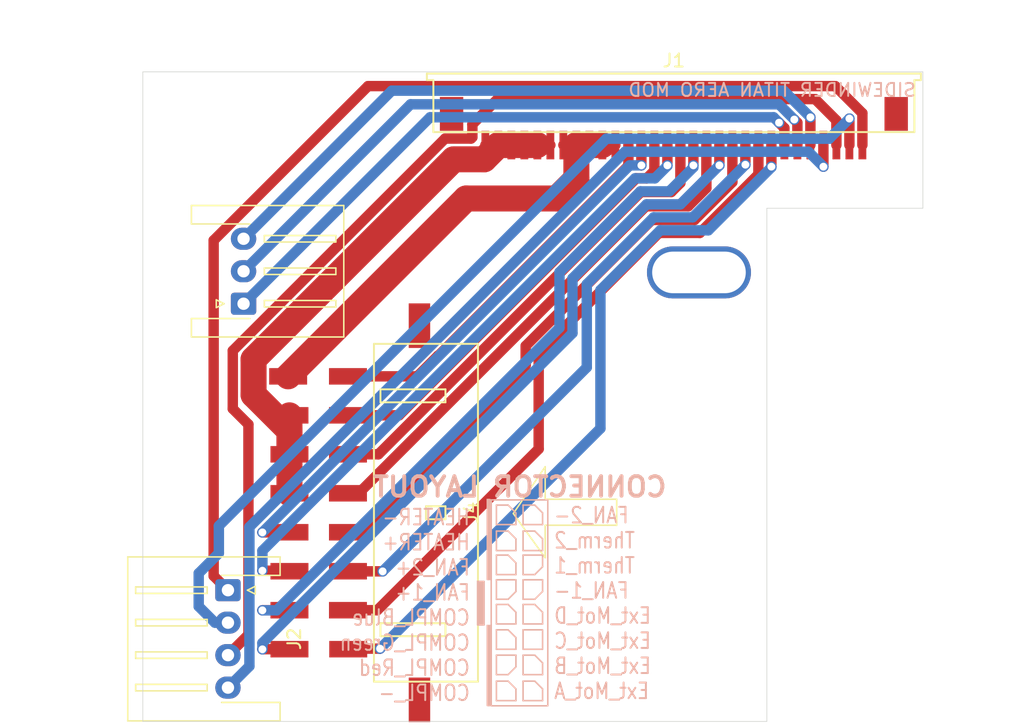
<source format=kicad_pcb>
(kicad_pcb (version 20211014) (generator pcbnew)
  (layers (0 "F.Cu" signal) (31 "B.Cu" signal) (34 "B.Paste" user) (35 "F.Paste" user) (36 "B.SilkS" user "B.Silkscreen") (37 "F.SilkS" user "F.Silkscreen") (38 "B.Mask" user) (39 "F.Mask" user) (44 "Edge.Cuts" user))
  (net 0 "")
  (net 1 "X_AXIS_Motor_A")
  (net 2 "X_AXIS_Motor_B")
  (net 3 "X_AXIS_Motor_C")
  (net 4 "X_AXIS_Motor_D")
  (net 5 "ExtruderMotor_A")
  (net 6 "Inductiver_Sensor_Braun")
  (net 7 "Inductiver_Sensor_schwarz")
  (net 8 "Inductiver_Sensor_blau")
  (net 9 "Thermistor_1")
  (net 10 "Suzatz_R")
  (net 11 "Suzatz_-")
  (net 12 "ExtruderMotor_B")
  (net 13 "ExtruderMotor_C")
  (net 14 "Suzatz_-FAN1")
  (net 15 "ExtruderMotor_D")
  (net 16 "GND")
  (net 17 "+FAN1")
  (net 18 "Suzatz_-FAN2")
  (net 19 "Suzatz_G")
  (net 20 "Thermistor_2")
  (net 21 "Suzatz_B")
  (footprint "Librerias:MicroMATE-N-LOK2x8pins4-794627-6" (layer "F.Cu") (at 37.78 54.44 90)
    (fp_text reference "J4" (at 0 4 90) (layer "F.SilkS"))
    (fp_text value "Micro MATE-N-LOK 2x8 ")
    (fp_line (start 0.5 0.5) (end -0.5 0.5) (layer "F.SilkS") (width 0.15))
    (fp_line (start 8.5 2) (end 9.5 2) (layer "F.SilkS") (width 0.15))
    (fp_line (start -0.5 0.5) (end -0.5 2) (layer "F.SilkS") (width 0.15))
    (fp_line (start 9.5 2) (end 9.5 -3) (layer "F.SilkS") (width 0.15))
    (fp_line (start -13 -3.5) (end 13 -3.5) (layer "F.SilkS") (width 0.15))
    (fp_line (start 13 3) (end 13 4.5) (layer "F.SilkS") (width 0.15))
    (fp_line (start -0.5 2) (end 0.5 2) (layer "F.SilkS") (width 0.15))
    (fp_line (start -8.5 -3) (end -9.5 -3) (layer "F.SilkS") (width 0.15))
    (fp_line (start -13 4.5) (end -13 3) (layer "F.SilkS") (width 0.15))
    (fp_line (start 13 -3.5) (end 13 3) (layer "F.SilkS") (width 0.15))
    (fp_line (start 0.5 2) (end 0.5 0.5) (layer "F.SilkS") (width 0.15))
    (fp_line (start -13 3) (end -13 -3.5) (layer "F.SilkS") (width 0.15))
    (fp_line (start 8.5 -3) (end 8.5 2) (layer "F.SilkS") (width 0.15))
    (fp_line (start 9.5 -3) (end 8.5 -3) (layer "F.SilkS") (width 0.15))
    (fp_line (start -9.5 -3) (end -9.5 2) (layer "F.SilkS") (width 0.15))
    (fp_line (start -9.5 2) (end -8.5 2) (layer "F.SilkS") (width 0.15))
    (fp_line (start 13 4.5) (end -13 4.5) (layer "F.SilkS") (width 0.15))
    (fp_line (start -8.5 2) (end -8.5 -3) (layer "F.SilkS") (width 0.15))
    (pad "0" smd rect locked (at -14.4 0 90) (size 3.43 1.65) (layers "F.Cu" "F.Paste" "F.Mask"))
    (pad "0" smd rect locked (at 14.4 0 90) (size 3.43 1.65) (layers "F.Cu" "F.Paste" "F.Mask"))
    (pad "1" smd rect locked (at -10.5 -5.48 270) (size 1.27 2.92) (layers "F.Cu" "F.Paste" "F.Mask") (net 5 "ExtruderMotor_A"))
    (pad "2" smd rect locked (at -7.5 -5.5 270) (size 1.27 2.92) (layers "F.Cu" "F.Paste" "F.Mask") (net 12 "ExtruderMotor_B"))
    (pad "3" smd rect locked (at -4.5 -5.5 270) (size 1.27 2.92) (layers "F.Cu" "F.Paste" "F.Mask") (net 13 "ExtruderMotor_C"))
    (pad "4" smd rect locked (at -1.5 -5.5 270) (size 1.27 2.92) (layers "F.Cu" "F.Paste" "F.Mask") (net 15 "ExtruderMotor_D"))
    (pad "5" smd rect locked (at 1.5 -5.5 270) (size 1.27 2.92) (layers "F.Cu" "F.Paste" "F.Mask") (net 14 "Suzatz_-FAN1"))
    (pad "6" smd rect locked (at 4.5 -5.5 270) (size 1.27 2.92) (layers "F.Cu" "F.Paste" "F.Mask") (net 9 "Thermistor_1"))
    (pad "7" smd rect locked (at 7.5 -5.5 270) (size 1.27 2.92) (layers "F.Cu" "F.Paste" "F.Mask") (net 20 "Thermistor_2"))
    (pad "8" smd rect locked (at 10.5 -5.5 270) (size 1.27 2.92) (layers "F.Cu" "F.Paste" "F.Mask") (net 18 "Suzatz_-FAN2"))
    (pad "9" smd rect locked (at 10.5 -10.1 270) (size 1.27 2.92) (layers "F.Cu" "F.Paste" "F.Mask") (net 16 "GND"))
    (pad "10" smd rect locked (at 7.5 -10 270) (size 1.27 2.92) (layers "F.Cu" "F.Paste" "F.Mask") (net 17 "+FAN1"))
    (pad "11" smd rect locked (at 4.5 -10 270) (size 1.27 2.92) (layers "F.Cu" "F.Paste" "F.Mask") (net 17 "+FAN1"))
    (pad "12" smd rect locked (at 1.5 -10 270) (size 1.27 2.92) (layers "F.Cu" "F.Paste" "F.Mask") (net 17 "+FAN1"))
    (pad "13" smd rect locked (at -1.5 -10 270) (size 1.27 2.92) (layers "F.Cu" "F.Paste" "F.Mask") (net 21 "Suzatz_B"))
    (pad "14" smd rect locked (at -4.5 -10 270) (size 1.27 2.92) (layers "F.Cu" "F.Paste" "F.Mask") (net 19 "Suzatz_G"))
    (pad "15" smd rect locked (at -7.5 -10 270) (size 1.27 2.92) (layers "F.Cu" "F.Paste" "F.Mask") (net 10 "Suzatz_R"))
    (pad "16" smd rect locked (at -10.5 -10 270) (size 1.27 2.92) (layers "F.Cu" "F.Paste" "F.Mask") (net 11 "Suzatz_-"))
  )
  (footprint "Connector_JST:JST_XH_S4B-XH-A-1_1x04_P2.50mm_Horizontal" (layer "F.Cu") (at 23.05 60.4 -90)
    (fp_text reference "J2" (at 3.75 -5.1 90) (layer "F.SilkS"))
    (fp_text value "X_AXIS_Motor")
    (fp_line (start -0.25 7.1) (end 0.25 7.1) (layer "F.SilkS") (width 0.12))
    (fp_line (start 2.75 7.1) (end 2.75 1.6) (layer "F.SilkS") (width 0.12))
    (fp_line (start -2.56 7.71) (end -2.56 -4.01) (layer "F.SilkS") (width 0.12))
    (fp_line (start 5.25 1.6) (end 4.75 1.6) (layer "F.SilkS") (width 0.12))
    (fp_line (start -2.56 -4.01) (end -1.14 -4.01) (layer "F.SilkS") (width 0.12))
    (fp_line (start 3.75 7.71) (end -2.56 7.71) (layer "F.SilkS") (width 0.12))
    (fp_line (start 7.25 1.6) (end 7.25 7.1) (layer "F.SilkS") (width 0.12))
    (fp_line (start 7.25 7.1) (end 7.75 7.1) (layer "F.SilkS") (width 0.12))
    (fp_line (start 0 -1.5) (end -0.3 -2.1) (layer "F.SilkS") (width 0.12))
    (fp_line (start 10.06 -4.01) (end 8.64 -4.01) (layer "F.SilkS") (width 0.12))
    (fp_line (start 0.25 7.1) (end 0.25 1.6) (layer "F.SilkS") (width 0.12))
    (fp_line (start 2.25 1.6) (end 2.25 7.1) (layer "F.SilkS") (width 0.12))
    (fp_line (start 7.75 7.1) (end 7.75 1.6) (layer "F.SilkS") (width 0.12))
    (fp_line (start 5.25 7.1) (end 5.25 1.6) (layer "F.SilkS") (width 0.12))
    (fp_line (start 7.75 1.6) (end 7.25 1.6) (layer "F.SilkS") (width 0.12))
    (fp_line (start -1.14 -4.01) (end -1.14 0.49) (layer "F.SilkS") (width 0.12))
    (fp_line (start 2.75 1.6) (end 2.25 1.6) (layer "F.SilkS") (width 0.12))
    (fp_line (start 2.25 7.1) (end 2.75 7.1) (layer "F.SilkS") (width 0.12))
    (fp_line (start 4.75 1.6) (end 4.75 7.1) (layer "F.SilkS") (width 0.12))
    (fp_line (start 10.06 7.71) (end 10.06 -4.01) (layer "F.SilkS") (width 0.12))
    (fp_line (start 0.25 1.6) (end -0.25 1.6) (layer "F.SilkS") (width 0.12))
    (fp_line (start 3.75 7.71) (end 10.06 7.71) (layer "F.SilkS") (width 0.12))
    (fp_line (start 0.3 -2.1) (end 0 -1.5) (layer "F.SilkS") (width 0.12))
    (fp_line (start 8.64 -4.01) (end 8.64 0.49) (layer "F.SilkS") (width 0.12))
    (fp_line (start -0.3 -2.1) (end 0.3 -2.1) (layer "F.SilkS") (width 0.12))
    (fp_line (start 4.75 7.1) (end 5.25 7.1) (layer "F.SilkS") (width 0.12))
    (fp_line (start -0.25 1.6) (end -0.25 7.1) (layer "F.SilkS") (width 0.12))
    (pad "1" thru_hole roundrect locked (at 0 0 270) (size 1.7 1.95) (drill 0.95) (layers *.Cu *.Mask) (roundrect_rratio 0.147059) (net 1 "X_AXIS_Motor_A"))
    (pad "2" thru_hole oval locked (at 2.5 0 270) (size 1.7 1.95) (drill 0.95) (layers *.Cu *.Mask) (net 2 "X_AXIS_Motor_B"))
    (pad "3" thru_hole oval locked (at 5 0 270) (size 1.7 1.95) (drill 0.95) (layers *.Cu *.Mask) (net 3 "X_AXIS_Motor_C"))
    (pad "4" thru_hole oval locked (at 7.5 0 270) (size 1.7 1.95) (drill 0.95) (layers *.Cu *.Mask) (net 4 "X_AXIS_Motor_D"))
  )
  (footprint "Connector_JST:JST_XH_S3B-XH-A-1_1x03_P2.50mm_Horizontal" (layer "F.Cu") (at 24.25 38.35 90)
    (fp_text reference "J3" (at 2.5 -5.1 90) (layer "F.SilkS"))
    (fp_text value "Inductiver_Sensor")
    (fp_line (start -2.56 7.71) (end -2.56 -4.01) (layer "F.SilkS") (width 0.12))
    (fp_line (start 2.5 7.71) (end -2.56 7.71) (layer "F.SilkS") (width 0.12))
    (fp_line (start -0.3 -2.1) (end 0.3 -2.1) (layer "F.SilkS") (width 0.12))
    (fp_line (start -2.56 -4.01) (end -1.14 -4.01) (layer "F.SilkS") (width 0.12))
    (fp_line (start 5.25 1.6) (end 4.75 1.6) (layer "F.SilkS") (width 0.12))
    (fp_line (start 0.3 -2.1) (end 0 -1.5) (layer "F.SilkS") (width 0.12))
    (fp_line (start 2.75 1.6) (end 2.25 1.6) (layer "F.SilkS") (width 0.12))
    (fp_line (start 6.14 -4.01) (end 6.14 0.49) (layer "F.SilkS") (width 0.12))
    (fp_line (start 2.25 1.6) (end 2.25 7.1) (layer "F.SilkS") (width 0.12))
    (fp_line (start -1.14 -4.01) (end -1.14 0.49) (layer "F.SilkS") (width 0.12))
    (fp_line (start 4.75 1.6) (end 4.75 7.1) (layer "F.SilkS") (width 0.12))
    (fp_line (start 4.75 7.1) (end 5.25 7.1) (layer "F.SilkS") (width 0.12))
    (fp_line (start 2.75 7.1) (end 2.75 1.6) (layer "F.SilkS") (width 0.12))
    (fp_line (start -0.25 1.6) (end -0.25 7.1) (layer "F.SilkS") (width 0.12))
    (fp_line (start 5.25 7.1) (end 5.25 1.6) (layer "F.SilkS") (width 0.12))
    (fp_line (start 0.25 7.1) (end 0.25 1.6) (layer "F.SilkS") (width 0.12))
    (fp_line (start 7.56 7.71) (end 7.56 -4.01) (layer "F.SilkS") (width 0.12))
    (fp_line (start 0 -1.5) (end -0.3 -2.1) (layer "F.SilkS") (width 0.12))
    (fp_line (start 2.5 7.71) (end 7.56 7.71) (layer "F.SilkS") (width 0.12))
    (fp_line (start 2.25 7.1) (end 2.75 7.1) (layer "F.SilkS") (width 0.12))
    (fp_line (start 7.56 -4.01) (end 6.14 -4.01) (layer "F.SilkS") (width 0.12))
    (fp_line (start 0.25 1.6) (end -0.25 1.6) (layer "F.SilkS") (width 0.12))
    (fp_line (start -0.25 7.1) (end 0.25 7.1) (layer "F.SilkS") (width 0.12))
    (pad "1" thru_hole roundrect locked (at 0 0 90) (size 1.7 1.95) (drill 0.95) (layers *.Cu *.Mask) (roundrect_rratio 0.147059) (net 8 "Inductiver_Sensor_blau"))
    (pad "2" thru_hole oval locked (at 2.5 0 90) (size 1.7 1.95) (drill 0.95) (layers *.Cu *.Mask) (net 7 "Inductiver_Sensor_schwarz"))
    (pad "3" thru_hole oval locked (at 5 0 90) (size 1.7 1.95) (drill 0.95) (layers *.Cu *.Mask) (net 6 "Inductiver_Sensor_Braun"))
  )
  (footprint "Librerias:WürthFPC30pins1mm68613014122" (layer "F.Cu") (at 57.35 25.1375 180)
    (fp_text reference "J1" (at 0 5.5) (layer "F.SilkS"))
    (fp_text value "Sidewinder_30PIN conn")
    (fp_line (start -19 4) (end -18.5 4) (layer "F.SilkS") (width 0.15))
    (fp_line (start -19 4.5) (end -19 4) (layer "F.SilkS") (width 0.15))
    (fp_line (start 18.5 0) (end 18.5 4) (layer "F.SilkS") (width 0.15))
    (fp_line (start -18.5 0) (end 18.5 0) (layer "F.SilkS") (width 0.15))
    (fp_line (start 19 4.5) (end -19 4.5) (layer "F.SilkS") (width 0.15))
    (fp_line (start -18.5 4) (end -18.5 0) (layer "F.SilkS") (width 0.15))
    (fp_line (start 18.5 4) (end 19 4) (layer "F.SilkS") (width 0.15))
    (fp_line (start 19 4) (end 19 4.5) (layer "F.SilkS") (width 0.15))
    (pad "0" smd rect locked (at -17.1 1.4 180) (size 1.8 2.6) (layers "F.Cu" "F.Paste" "F.Mask"))
    (pad "0" smd rect locked (at 17.1 1.4 180) (size 1.8 2.6) (layers "F.Cu" "F.Paste" "F.Mask"))
    (pad "1" smd rect locked (at -14.5 -1 180) (size 0.6 2.2) (layers "F.Cu" "F.Paste" "F.Mask") (net 1 "X_AXIS_Motor_A"))
    (pad "2" smd rect locked (at -13.5 -1 180) (size 0.6 2.2) (layers "F.Cu" "F.Paste" "F.Mask") (net 2 "X_AXIS_Motor_B"))
    (pad "3" smd rect locked (at -12.5 -1 180) (size 0.6 2.2) (layers "F.Cu" "F.Paste" "F.Mask") (net 3 "X_AXIS_Motor_C"))
    (pad "4" smd rect locked (at -11.5 -1 180) (size 0.6 2.2) (layers "F.Cu" "F.Paste" "F.Mask") (net 4 "X_AXIS_Motor_D"))
    (pad "5" smd rect locked (at -10.5 -1 180) (size 0.6 2.2) (layers "F.Cu" "F.Paste" "F.Mask") (net 6 "Inductiver_Sensor_Braun"))
    (pad "6" smd rect locked (at -9.5 -1 180) (size 0.6 2.2) (layers "F.Cu" "F.Paste" "F.Mask") (net 7 "Inductiver_Sensor_schwarz"))
    (pad "7" smd rect locked (at -8.5 -1 180) (size 0.6 2.2) (layers "F.Cu" "F.Paste" "F.Mask") (net 8 "Inductiver_Sensor_blau"))
    (pad "8" smd rect locked (at -7.5 -1 180) (size 0.6 2.2) (layers "F.Cu" "F.Paste" "F.Mask") (net 5 "ExtruderMotor_A"))
    (pad "9" smd rect locked (at -6.5 -1 180) (size 0.6 2.2) (layers "F.Cu" "F.Paste" "F.Mask") (net 12 "ExtruderMotor_B"))
    (pad "10" smd rect locked (at -5.5 -1 180) (size 0.6 2.2) (layers "F.Cu" "F.Paste" "F.Mask") (net 13 "ExtruderMotor_C"))
    (pad "11" smd rect locked (at -4.5 -1 180) (size 0.6 2.2) (layers "F.Cu" "F.Paste" "F.Mask") (net 15 "ExtruderMotor_D"))
    (pad "12" smd rect locked (at -3.5 -1 180) (size 0.6 2.2) (layers "F.Cu" "F.Paste" "F.Mask") (net 11 "Suzatz_-"))
    (pad "13" smd rect locked (at -2.5 -1 180) (size 0.6 2.2) (layers "F.Cu" "F.Paste" "F.Mask") (net 14 "Suzatz_-FAN1"))
    (pad "14" smd rect locked (at -1.5 -1 180) (size 0.6 2.2) (layers "F.Cu" "F.Paste" "F.Mask") (net 10 "Suzatz_R"))
    (pad "15" smd rect locked (at -0.5 -1 180) (size 0.6 2.2) (layers "F.Cu" "F.Paste" "F.Mask") (net 9 "Thermistor_1"))
    (pad "16" smd rect locked (at 0.5 -1 180) (size 0.6 2.2) (layers "F.Cu" "F.Paste" "F.Mask") (net 19 "Suzatz_G"))
    (pad "17" smd rect locked (at 1.5 -1 180) (size 0.6 2.2) (layers "F.Cu" "F.Paste" "F.Mask") (net 20 "Thermistor_2"))
    (pad "18" smd rect locked (at 2.5 -1 180) (size 0.6 2.2) (layers "F.Cu" "F.Paste" "F.Mask") (net 21 "Suzatz_B"))
    (pad "19" smd rect locked (at 3.5 -1 180) (size 0.6 2.2) (layers "F.Cu" "F.Paste" "F.Mask") (net 18 "Suzatz_-FAN2"))
    (pad "20" smd rect locked (at 4.5 -1 180) (size 0.6 2.2) (layers "F.Cu" "F.Paste" "F.Mask") (net 16 "GND"))
    (pad "21" smd rect locked (at 5.5 -1 180) (size 0.6 2.2) (layers "F.Cu" "F.Paste" "F.Mask") (net 16 "GND"))
    (pad "22" smd rect locked (at 6.5 -1 180) (size 0.6 2.2) (layers "F.Cu" "F.Paste" "F.Mask") (net 16 "GND"))
    (pad "23" smd rect locked (at 7.5 -1 180) (size 0.6 2.2) (layers "F.Cu" "F.Paste" "F.Mask") (net 16 "GND"))
    (pad "24" smd rect locked (at 8.5 -1 180) (size 0.6 2.2) (layers "F.Cu" "F.Paste" "F.Mask") (net 16 "GND"))
    (pad "25" smd rect locked (at 9.5 -1 180) (size 0.6 2.2) (layers "F.Cu" "F.Paste" "F.Mask") (net 17 "+FAN1"))
    (pad "26" smd rect locked (at 10.5 -1 180) (size 0.6 2.2) (layers "F.Cu" "F.Paste" "F.Mask") (net 17 "+FAN1"))
    (pad "27" smd rect locked (at 11.5 -1 180) (size 0.6 2.2) (layers "F.Cu" "F.Paste" "F.Mask") (net 17 "+FAN1"))
    (pad "28" smd rect locked (at 12.5 -1 180) (size 0.6 2.2) (layers "F.Cu" "F.Paste" "F.Mask") (net 17 "+FAN1"))
    (pad "29" smd rect locked (at 13.5 -1 180) (size 0.6 2.2) (layers "F.Cu" "F.Paste" "F.Mask") (net 17 "+FAN1"))
    (pad "30" smd rect locked (at 14.5 -1 180) (size 0.6 2.2) (layers "F.Cu" "F.Paste" "F.Mask") (net 17 "+FAN1"))
  )
  (footprint "" (layer "F.Cu") (at 8.05 35.4)
    (fp_text reference "" (at 0 0) (layer "F.SilkS") (effects (font (size 1.27 1.27))))
    (fp_text value "" (at 0 0) (layer "F.SilkS") (effects (font (size 1.27 1.27))))
    (pad "" np_thru_hole circle (at 11.23 0.54) (size 3.2 3.2) (drill 3.2) (layers F&B.Cu *.Mask))
  )
  (footprint "" (layer "F.Cu") (at 14.35 56)
    (fp_text reference "" (at 0 0) (layer "F.SilkS") (effects (font (size 1.27 1.27))))
    (fp_text value "" (at 0 0) (layer "F.SilkS") (effects (font (size 1.27 1.27))))
    (pad "" np_thru_hole circle locked (at 4.93 -0.06) (size 3.2 3.2) (drill 3.2) (layers F&B.Cu *.Mask))
  )
  (footprint "" (layer "F.Cu") (at 71.5 37.6)
    (fp_text reference "" (at 0 0) (layer "F.SilkS") (effects (font (size 1.27 1.27))))
    (fp_text value "" (at 0 0) (layer "F.SilkS") (effects (font (size 1.27 1.27))))
    (pad "" np_thru_hole oval (at -12.22 -1.66) (size 8 4) (drill oval 7.2 3.2) (layers F&B.Cu *.Mask))
  )
  (footprint "" (layer "F.Cu") (at 63.25 54.95)
    (fp_text reference "" (at 0 0) (layer "F.SilkS") (effects (font (size 1.27 1.27))))
    (fp_text value "" (at 0 0) (layer "F.SilkS") (effects (font (size 1.27 1.27))))
    (pad "" np_thru_hole circle (at -3.97 0.99) (size 3.2 3.2) (drill 3.2) (layers F&B.Cu *.Mask))
  )
  (gr_line (start 43.7 59.2) (end 45.2 59.2) (layer "B.SilkS") (width 0.12))
  (gr_line (start 45.2 65.4) (end 43.7 65.4) (layer "B.SilkS") (width 0.12))
  (gr_line (start 43.7 55.85) (end 43.7 57.35) (layer "B.SilkS") (width 0.12))
  (gr_rect (start 45.75 64.95) (end 47.25 63.45) (layer "B.SilkS") (width 0.12) (fill none))
  (gr_line (start 45.2 59.6) (end 43.7 59.6) (layer "B.SilkS") (width 0.12))
  (gr_line (start 44.6 55.85) (end 45.2 56.45) (layer "B.SilkS") (width 0.12))
  (gr_line (start 43.7 65.4) (end 43.7 66.9) (layer "B.SilkS") (width 0.12))
  (gr_line (start 45.2 64.95) (end 45.2 64.05) (layer "B.SilkS") (width 0.12))
  (gr_rect (start 43.1 53.425) (end 43.1 59.575) (layer "B.SilkS") (width 0.12) (fill none))
  (gr_line (start 44.6 61.1) (end 43.7 61.1) (layer "B.SilkS") (width 0.12))
  (gr_line (start 44.6 66.9) (end 43.7 66.9) (layer "B.SilkS") (width 0.12))
  (gr_line (start 45.2 63) (end 45.2 62.1) (layer "B.SilkS") (width 0.12))
  (gr_line (start 43.7 63) (end 45.2 63) (layer "B.SilkS") (width 0.12))
  (gr_line (start 43.7 57.7) (end 44.6 57.7) (layer "B.SilkS") (width 0.12))
  (gr_line (start 45.2 55.35) (end 45.2 54.45) (layer "B.SilkS") (width 0.12))
  (gr_line (start 44.6 61.5) (end 45.2 62.1) (layer "B.SilkS") (width 0.12))
  (gr_line (start 45.75 67.4) (end 46.65 67.4) (layer "B.SilkS") (width 0.12))
  (gr_line (start 45.75 61.5) (end 45.75 63) (layer "B.SilkS") (width 0.12))
  (gr_line (start 43.7 53.85) (end 44.6 53.85) (layer "B.SilkS") (width 0.12))
  (gr_line (start 43.7 55.35) (end 45.2 55.35) (layer "B.SilkS") (width 0.12))
  (gr_line (start 43.7 55.85) (end 44.6 55.85) (layer "B.SilkS") (width 0.12))
  (gr_rect (start 43 59.575) (end 43.2 53.425) (layer "B.SilkS") (width 0.12) (fill none))
  (gr_line (start 45.75 55.85) (end 45.75 57.35) (layer "B.SilkS") (width 0.12))
  (gr_line (start 45.75 59.6) (end 45.75 61.1) (layer "B.SilkS") (width 0.12))
  (gr_line (start 46.65 55.85) (end 47.25 56.45) (layer "B.SilkS") (width 0.12))
  (gr_rect (start 43 63.125) (end 43.2 69.275) (layer "B.SilkS") (width 0.12) (fill none))
  (gr_line (start 46.65 65.4) (end 47.25 66) (layer "B.SilkS") (width 0.12))
  (gr_rect (start 42.45 59.925) (end 42.55 62.925) (layer "B.SilkS") (width 0.12) (fill none))
  (gr_line (start 47.25 59.6) (end 45.75 59.6) (layer "B.SilkS") (width 0.12))
  (gr_line (start 45.75 53.85) (end 45.75 55.35) (layer "B.SilkS") (width 0.12))
  (gr_rect (start 43.15 63.175) (end 43.1 69.275) (layer "B.SilkS") (width 0.12) (fill none))
  (gr_line (start 45.75 65.4) (end 46.65 65.4) (layer "B.SilkS") (width 0.12))
  (gr_line (start 43.7 59.6) (end 43.7 61.1) (layer "B.SilkS") (width 0.12))
  (gr_line (start 44.6 57.7) (end 45.2 58.3) (layer "B.SilkS") (width 0.12))
  (gr_line (start 45.2 66.3) (end 44.6 66.9) (layer "B.SilkS") (width 0.12))
  (gr_line (start 47.25 66.9) (end 47.25 66) (layer "B.SilkS") (width 0.12))
  (gr_line (start 43.7 61.5) (end 44.6 61.5) (layer "B.SilkS") (width 0.12))
  (gr_line (start 43.7 67.4) (end 43.7 68.9) (layer "B.SilkS") (width 0.12))
  (gr_line (start 45.75 63) (end 47.25 63) (layer "B.SilkS") (width 0.12))
  (gr_line (start 45.75 57.7) (end 45.75 59.2) (layer "B.SilkS") (width 0.12))
  (gr_line (start 45.75 66.9) (end 47.25 66.9) (layer "B.SilkS") (width 0.12))
  (gr_line (start 45.2 68.9) (end 45.2 68) (layer "B.SilkS") (width 0.12))
  (gr_line (start 43.7 57.7) (end 43.7 59.2) (layer "B.SilkS") (width 0.12))
  (gr_line (start 45.75 67.4) (end 45.75 68.9) (layer "B.SilkS") (width 0.12))
  (gr_line (start 45.75 57.35) (end 47.25 57.35) (layer "B.SilkS") (width 0.12))
  (gr_line (start 43.7 64.95) (end 45.2 64.95) (layer "B.SilkS") (width 0.12))
  (gr_line (start 47.25 58.6) (end 47.25 57.7) (layer "B.SilkS") (width 0.12))
  (gr_line (start 45.2 59.2) (end 45.2 58.3) (layer "B.SilkS") (width 0.12))
  (gr_line (start 45.75 68.9) (end 47.25 68.9) (layer "B.SilkS") (width 0.12))
  (gr_rect (start 42.25 59.725) (end 42.75 63.075) (layer "B.SilkS") (width 0.12) (fill none))
  (gr_line (start 47.25 63) (end 47.25 62.1) (layer "B.SilkS") (width 0.12))
  (gr_line (start 43.7 67.4) (end 44.6 67.4) (layer "B.SilkS") (width 0.12))
  (gr_line (start 45.2 60.5) (end 44.6 61.1) (layer "B.SilkS") (width 0.12))
  (gr_line (start 47.25 57.35) (end 47.25 56.45) (layer "B.SilkS") (width 0.12))
  (gr_line (start 47.25 60.5) (end 47.25 59.6) (layer "B.SilkS") (width 0.12))
  (gr_line (start 43.7 63.45) (end 44.6 63.45) (layer "B.SilkS") (width 0.12))
  (gr_line (start 47.25 55.35) (end 47.25 54.45) (layer "B.SilkS") (width 0.12))
  (gr_line (start 45.75 65.4) (end 45.75 66.9) (layer "B.SilkS") (width 0.12))
  (gr_line (start 45.2 60.5) (end 45.2 59.6) (layer "B.SilkS") (width 0.12))
  (gr_line (start 46.65 59.2) (end 45.75 59.2) (layer "B.SilkS") (width 0.12))
  (gr_line (start 44.6 53.85) (end 45.2 54.45) (layer "B.SilkS") (width 0.12))
  (gr_line (start 43.7 57.35) (end 45.2 57.35) (layer "B.SilkS") (width 0.12))
  (gr_rect (start 42.35 63.025) (end 42.65 59.825) (layer "B.SilkS") (width 0.12) (fill none))
  (gr_line (start 45.75 55.35) (end 47.25 55.35) (layer "B.SilkS") (width 0.12))
  (gr_line (start 43.7 63.45) (end 43.7 64.95) (layer "B.SilkS") (width 0.12))
  (gr_line (start 47.25 57.7) (end 45.75 57.7) (layer "B.SilkS") (width 0.12))
  (gr_line (start 46.65 61.5) (end 47.25 62.1) (layer "B.SilkS") (width 0.12))
  (gr_line (start 44.6 67.4) (end 45.2 68) (layer "B.SilkS") (width 0.12))
  (gr_line (start 46.65 53.85) (end 47.25 54.45) (layer "B.SilkS") (width 0.12))
  (gr_line (start 47.25 68.9) (end 47.25 68) (layer "B.SilkS") (width 0.12))
  (gr_line (start 44.6 63.45) (end 45.2 64.05) (layer "B.SilkS") (width 0.12))
  (gr_line (start 45.75 55.85) (end 46.65 55.85) (layer "B.SilkS") (width 0.12))
  (gr_line (start 43.7 61.5) (end 43.7 63) (layer "B.SilkS") (width 0.12))
  (gr_line (start 43.7 68.9) (end 45.2 68.9) (layer "B.SilkS") (width 0.12))
  (gr_rect (start 43.3 53.45) (end 47.65 69.3) (layer "B.SilkS") (width 0.12) (fill none))
  (gr_line (start 45.75 61.5) (end 46.65 61.5) (layer "B.SilkS") (width 0.12))
  (gr_line (start 47.25 58.6) (end 46.65 59.2) (layer "B.SilkS") (width 0.12))
  (gr_line (start 45.2 66.3) (end 45.2 65.4) (layer "B.SilkS") (width 0.12))
  (gr_line (start 45.75 53.85) (end 46.65 53.85) (layer "B.SilkS") (width 0.12))
  (gr_line (start 47.25 60.5) (end 46.65 61.1) (layer "B.SilkS") (width 0.12))
  (gr_line (start 45.2 57.35) (end 45.2 56.45) (layer "B.SilkS") (width 0.12))
  (gr_line (start 43.7 53.85) (end 43.7 55.35) (layer "B.SilkS") (width 0.12))
  (gr_line (start 46.65 61.1) (end 45.75 61.1) (layer "B.SilkS") (width 0.12))
  (gr_line (start 46.65 67.4) (end 47.25 68) (layer "B.SilkS") (width 0.12))
  (gr_line (start 52.95 53.4) (end 52.95 55.4) (layer "F.SilkS") (width 0.12))
  (gr_line (start 52.95 55.4) (end 47.45 55.4) (layer "F.SilkS") (width 0.12))
  (gr_line (start 45 54.5) (end 47.45 50.9) (layer "F.SilkS") (width 0.12))
  (gr_line (start 47.45 57.9) (end 45 54.5) (layer "F.SilkS") (width 0.12))
  (gr_line (start 47.45 53.4) (end 52.95 53.4) (layer "F.SilkS") (width 0.12))
  (gr_line (start 47.45 50.9) (end 47.45 53.4) (layer "F.SilkS") (width 0.12))
  (gr_line (start 47.45 55.4) (end 47.45 57.9) (layer "F.SilkS") (width 0.12))
  (gr_line (start 76.5 31) (end 76.5 20.5) (layer "Edge.Cuts") (width 0.05))
  (gr_line (start 64.5 31) (end 76.5 31) (layer "Edge.Cuts") (width 0.05))
  (gr_line (start 64.5 70.5) (end 64.5 31) (layer "Edge.Cuts") (width 0.05))
  (gr_line (start 16.5 70.5) (end 64.5 70.5) (layer "Edge.Cuts") (width 0.05))
  (gr_line (start 16.5 20.5) (end 16.5 70.5) (layer "Edge.Cuts") (width 0.05))
  (gr_line (start 76.5 20.5) (end 16.5 20.5) (layer "Edge.Cuts") (width 0.05))
  (gr_text "HEATER-\nHEATER+\nFAN_2+\nFAN_1+\nCOMPL_Blue\nCOMPL_Green\nCOMPL_Red\nCOMPL_-" (at 41.75 61.55) (layer "B.SilkS") (effects (font (size 1.2 1)) (justify left mirror)))
  (gr_text "FAN_2-\nTherm_2\nTherm_1\nFAN_1-\nExt_Mot_D\nExt_Mot_C\nExt_Mot_B\nExt_Mot_A" (at 48.05 61.4) (layer "B.SilkS") (effects (font (size 1.2 1)) (justify right mirror)))
  (gr_text "CONNECTOR LAYOUT" (at 45.5 52.45) (layer "B.SilkS") (effects (font (size 1.5 1.5) (thickness 0.3)) (justify mirror)))
  (gr_text "SIDEWINDER TITAN AERO MOD" (at 64.9 21.9) (layer "B.SilkS") (effects (font (size 1 1)) (justify mirror)))
  (segment (start 69.764011 21.600489) (end 33.824581 21.600489) (width 0.8) (layer "F.Cu") (net 1))
  (segment (start 33.824581 21.600489) (end 21.95 33.47507) (width 0.8) (layer "F.Cu") (net 1))
  (segment locked (start 21.95 33.47507) (end 21.95 59.3) (width 0.8) (layer "F.Cu") (net 1))
  (segment (start 71.85 23.686478) (end 69.764011 21.600489) (width 0.8) (layer "F.Cu") (net 1))
  (segment (start 21.95 59.3) (end 23.05 60.4) (width 0.8) (layer "F.Cu") (net 1))
  (segment (start 71.85 26.1375) (end 71.85 23.686478) (width 0.8) (layer "F.Cu") (net 1))
  (segment (start 70.85 26.1375) (end 70.85 24.1) (width 0.8) (layer "F.Cu") (net 2))
  (via (at 70.85 24.1) (size 0.8) (drill 0.6) (layers "F.Cu" "B.Cu") (net 2))
  (segment (start 69.3 25.65) (end 52.15 25.65) (width 0.8) (layer "B.Cu") (net 2))
  (segment (start 22.35 57.55) (end 20.8 59.1) (width 0.8) (layer "B.Cu") (net 2))
  (segment (start 22.35 55.45) (end 22.35 57.55) (width 0.8) (layer "B.Cu") (net 2))
  (segment (start 52.15 25.65) (end 22.35 55.45) (width 0.8) (layer "B.Cu") (net 2))
  (segment (start 70.85 24.1) (end 69.3 25.65) (width 0.8) (layer "B.Cu") (net 2))
  (segment (start 20.8 59.1) (end 20.8 61.65) (width 0.8) (layer "B.Cu") (net 2))
  (segment (start 20.8 61.65) (end 22.05 62.9) (width 0.8) (layer "B.Cu") (net 2))
  (segment (start 22.05 62.9) (end 23.05 62.9) (width 0.8) (layer "B.Cu") (net 2))
  (segment (start 23.420978 41.966972) (end 23.420978 46.43705) (width 0.8) (layer "F.Cu") (net 3))
  (segment (start 41.850489 24.537989) (end 41.850489 25.536033) (width 0.8) (layer "F.Cu") (net 3))
  (segment (start 69.85 24.2375) (end 68.2125 22.6) (width 0.8) (layer "F.Cu") (net 3))
  (segment (start 41.749511 25.637011) (end 39.750939 25.637011) (width 0.8) (layer "F.Cu") (net 3))
  (segment (start 68.2125 22.6) (end 43.788478 22.6) (width 0.8) (layer "F.Cu") (net 3))
  (segment (start 24.62452 47.640592) (end 24.62452 63.82548) (width 0.8) (layer "F.Cu") (net 3))
  (segment (start 24.62452 63.82548) (end 23.05 65.4) (width 0.8) (layer "F.Cu") (net 3))
  (segment (start 41.850489 25.536033) (end 41.749511 25.637011) (width 0.8) (layer "F.Cu") (net 3))
  (segment (start 43.788478 22.6) (end 41.850489 24.537989) (width 0.8) (layer "F.Cu") (net 3))
  (segment (start 23.420978 46.43705) (end 24.62452 47.640592) (width 0.8) (layer "F.Cu") (net 3))
  (segment (start 39.750939 25.637011) (end 23.420978 41.966972) (width 0.8) (layer "F.Cu") (net 3))
  (segment (start 69.85 26.1375) (end 69.85 24.2375) (width 0.8) (layer "F.Cu") (net 3))
  (segment (start 68.85 26.1375) (end 68.85 27.8) (width 0.8) (layer "F.Cu") (net 4))
  (via (at 68.85 27.8) (size 0.8) (drill 0.6) (layers "F.Cu" "B.Cu") (net 4))
  (segment locked (start 53.586466 26.65) (end 67.7 26.65) (width 0.8) (layer "B.Cu") (net 4))
  (segment (start 24.7 55.536466) (end 24.7 66.25) (width 0.8) (layer "B.Cu") (net 4))
  (segment (start 67.7 26.65) (end 68.85 27.8) (width 0.8) (layer "B.Cu") (net 4))
  (segment (start 53.586466 26.65) (end 24.7 55.536466) (width 0.8) (layer "B.Cu") (net 4))
  (segment (start 24.7 66.25) (end 23.05 67.9) (width 0.8) (layer "B.Cu") (net 4))
  (segment (start 64.85 26.1375) (end 64.85 27.8) (width 0.8) (layer "F.Cu") (net 5))
  (segment (start 32.34 64.9) (end 32.3 64.94) (width 0.8) (layer "F.Cu") (net 5))
  (segment (start 34.75 64.9) (end 32.34 64.9) (width 0.8) (layer "F.Cu") (net 5))
  (via locked (at 64.85 27.8) (size 0.8) (drill 0.6) (layers "F.Cu" "B.Cu") (net 5))
  (via (at 34.75 64.9) (size 0.8) (drill 0.6) (layers "F.Cu" "B.Cu") (net 5))
  (segment (start 51.7 37.3) (end 51.7 47.95) (width 0.8) (layer "B.Cu") (net 5))
  (segment (start 64.85 27.8) (end 64.85 27.85) (width 0.8) (layer "B.Cu") (net 5))
  (segment (start 64.85 27.85) (end 60 32.7) (width 0.8) (layer "B.Cu") (net 5))
  (segment (start 56.3 32.7) (end 51.7 37.3) (width 0.8) (layer "B.Cu") (net 5))
  (segment (start 51.7 47.95) (end 34.75 64.9) (width 0.8) (layer "B.Cu") (net 5))
  (segment (start 60 32.7) (end 56.3 32.7) (width 0.8) (layer "B.Cu") (net 5))
  (segment (start 67.85 26.1375) (end 67.85 24) (width 0.8) (layer "F.Cu") (net 6))
  (via (at 67.85 24) (size 0.8) (drill 0.6) (layers "F.Cu" "B.Cu") (net 6))
  (segment (start 65.8 21.95) (end 35.65 21.95) (width 0.8) (layer "B.Cu") (net 6))
  (segment (start 35.65 21.95) (end 24.25 33.35) (width 0.8) (layer "B.Cu") (net 6))
  (segment (start 67.85 24) (end 65.8 21.95) (width 0.8) (layer "B.Cu") (net 6))
  (segment (start 66.85 24.413508) (end 66.610035 24.173543) (width 0.8) (layer "F.Cu") (net 7))
  (segment (start 66.85 26.1375) (end 66.85 24.413508) (width 0.8) (layer "F.Cu") (net 7))
  (via (at 66.610035 24.173543) (size 0.8) (drill 0.6) (layers "F.Cu" "B.Cu") (net 7))
  (segment (start 37.1 23) (end 65.436492 23) (width 0.8) (layer "B.Cu") (net 7))
  (segment (start 24.25 35.85) (end 37.1 23) (width 0.8) (layer "B.Cu") (net 7))
  (segment (start 65.436492 23) (end 66.610035 24.173543) (width 0.8) (layer "B.Cu") (net 7))
  (segment (start 65.85 26.1375) (end 65.85 24.827016) (width 0.8) (layer "F.Cu") (net 8))
  (segment (start 65.85 24.827016) (end 65.436492 24.413508) (width 0.8) (layer "F.Cu") (net 8))
  (via (at 65.436492 24.413508) (size 0.8) (drill 0.6) (layers "F.Cu" "B.Cu") (net 8))
  (segment (start 38.6 24) (end 24.25 38.35) (width 0.8) (layer "B.Cu") (net 8))
  (segment (start 65.022984 24) (end 38.6 24) (width 0.8) (layer "B.Cu") (net 8))
  (segment (start 65.022984 24) (end 65.436492 24.413508) (width 0.8) (layer "B.Cu") (net 8))
  (segment (start 54.813522 29.75) (end 34.623522 49.94) (width 0.8) (layer "F.Cu") (net 9))
  (segment (start 57.15 29.75) (end 54.813522 29.75) (width 0.8) (layer "F.Cu") (net 9))
  (segment (start 34.623522 49.94) (end 32.28 49.94) (width 0.8) (layer "F.Cu") (net 9))
  (segment (start 57.85 26.1375) (end 57.85 29.05) (width 0.8) (layer "F.Cu") (net 9))
  (segment (start 57.85 29.05) (end 57.15 29.75) (width 0.8) (layer "F.Cu") (net 9))
  (segment (start 25.71 61.94) (end 25.7 61.95) (width 0.8) (layer "F.Cu") (net 10))
  (segment (start 58.85 26.1375) (end 58.85 27.7) (width 0.8) (layer "F.Cu") (net 10))
  (segment (start 27.78 61.94) (end 25.71 61.94) (width 0.8) (layer "F.Cu") (net 10))
  (via locked (at 25.7 61.95) (size 0.8) (drill 0.6) (layers "F.Cu" "B.Cu") (net 10))
  (via locked (at 58.85 27.7) (size 0.8) (drill 0.6) (layers "F.Cu" "B.Cu") (net 10))
  (segment (start 25.7 61.95) (end 26.8 61.95) (width 0.8) (layer "B.Cu") (net 10))
  (segment (start 58.85 27.85) (end 58.85 27.7) (width 0.8) (layer "B.Cu") (net 10))
  (segment (start 56.999022 29.700978) (end 58.85 27.85) (width 0.8) (layer "B.Cu") (net 10))
  (segment (start 54.776066 29.700978) (end 56.999022 29.700978) (width 0.8) (layer "B.Cu") (net 10))
  (segment (start 48.55 35.927044) (end 54.776066 29.700978) (width 0.8) (layer "B.Cu") (net 10))
  (segment (start 48.55 40.2) (end 48.55 35.927044) (width 0.8) (layer "B.Cu") (net 10))
  (segment (start 26.8 61.95) (end 48.55 40.2) (width 0.8) (layer "B.Cu") (net 10))
  (segment (start 60.85 26.1375) (end 60.85 27.7) (width 0.8) (layer "F.Cu") (net 11))
  (segment (start 25.71 64.94) (end 25.7 64.95) (width 0.8) (layer "F.Cu") (net 11))
  (segment (start 27.78 64.94) (end 25.71 64.94) (width 0.8) (layer "F.Cu") (net 11))
  (segment (start 27.77 64.95) (end 27.78 64.94) (width 0.8) (layer "F.Cu") (net 11))
  (via locked (at 60.85 27.7) (size 0.8) (drill 0.6) (layers "F.Cu" "B.Cu") (net 11))
  (via locked (at 25.7 64.95) (size 0.8) (drill 0.6) (layers "F.Cu" "B.Cu") (net 11))
  (segment (start 49.55 36.4) (end 49.55 40.613522) (width 0.8) (layer "B.Cu") (net 11))
  (segment (start 60.85 27.7) (end 57.849511 30.700489) (width 0.8) (layer "B.Cu") (net 11))
  (segment (start 57.849511 30.700489) (end 55.249511 30.700489) (width 0.8) (layer "B.Cu") (net 11))
  (segment (start 49.55 40.613522) (end 25.7 64.463522) (width 0.8) (layer "B.Cu") (net 11))
  (segment (start 25.7 64.463522) (end 25.7 64.95) (width 0.8) (layer "B.Cu") (net 11))
  (segment (start 55.249511 30.700489) (end 49.55 36.4) (width 0.8) (layer "B.Cu") (net 11))
  (segment (start 46.95 49.53) (end 34.54 61.94) (width 0.8) (layer "F.Cu") (net 12))
  (segment locked (start 63.85 28.4) (end 59.35 32.9) (width 0.8) (layer "F.Cu") (net 12))
  (segment (start 46.95 42.15) (end 46.95 49.53) (width 0.8) (layer "F.Cu") (net 12))
  (segment (start 34.54 61.94) (end 32.28 61.94) (width 0.8) (layer "F.Cu") (net 12))
  (segment locked (start 59.35 32.9) (end 56.2 32.9) (width 0.8) (layer "F.Cu") (net 12))
  (segment (start 63.85 26.1375) (end 63.85 28.4) (width 0.8) (layer "F.Cu") (net 12))
  (segment locked (start 56.2 32.9) (end 46.95 42.15) (width 0.8) (layer "F.Cu") (net 12))
  (segment (start 32.29 58.95) (end 32.28 58.94) (width 0.8) (layer "F.Cu") (net 13))
  (segment (start 62.85 26.1375) (end 62.85 27.65) (width 0.8) (layer "F.Cu") (net 13))
  (segment (start 34.95 58.95) (end 32.29 58.95) (width 0.8) (layer "F.Cu") (net 13))
  (via locked (at 62.85 27.65) (size 0.8) (drill 0.6) (layers "F.Cu" "B.Cu") (net 13))
  (via (at 34.95 58.95) (size 0.8) (drill 0.6) (layers "F.Cu" "B.Cu") (net 13))
  (segment (start 62.85 27.65) (end 58.8 31.7) (width 0.8) (layer "B.Cu") (net 13))
  (segment (start 50.65 43.25) (end 34.95 58.95) (width 0.8) (layer "B.Cu") (net 13))
  (segment (start 50.65 36.85) (end 50.65 43.25) (width 0.8) (layer "B.Cu") (net 13))
  (segment (start 55.8 31.7) (end 50.65 36.85) (width 0.8) (layer "B.Cu") (net 13))
  (segment (start 58.8 31.7) (end 55.8 31.7) (width 0.8) (layer "B.Cu") (net 13))
  (segment (start 59.85 29.45) (end 58.45 30.85) (width 0.8) (layer "F.Cu") (net 14))
  (segment (start 59.85 26.1375) (end 59.85 29.45) (width 0.8) (layer "F.Cu") (net 14))
  (segment (start 33.105 52.94) (end 32.28 52.94) (width 0.8) (layer "F.Cu") (net 14))
  (segment (start 55.195 30.85) (end 33.105 52.94) (width 0.8) (layer "F.Cu") (net 14))
  (segment (start 58.45 30.85) (end 55.195 30.85) (width 0.8) (layer "F.Cu") (net 14))
  (segment (start 45.949511 41.600489) (end 45.949511 43.095489) (width 0.8) (layer "F.Cu") (net 15))
  (segment (start 58.936466 31.9) (end 55.65 31.9) (width 0.8) (layer "F.Cu") (net 15))
  (segment (start 61.85 28.986466) (end 58.936466 31.9) (width 0.8) (layer "F.Cu") (net 15))
  (segment (start 45.949511 43.095489) (end 33.105 55.94) (width 0.8) (layer "F.Cu") (net 15))
  (segment (start 33.105 55.94) (end 32.28 55.94) (width 0.8) (layer "F.Cu") (net 15))
  (segment (start 61.85 26.1375) (end 61.85 28.986466) (width 0.8) (layer "F.Cu") (net 15))
  (segment (start 55.65 31.9) (end 45.949511 41.600489) (width 0.8) (layer "F.Cu") (net 15))
  (segment (start 49.85 26.1375) (end 51.85 26.1375) (width 2) (layer "F.Cu") (net 16))
  (segment (start 48.85 26.1375) (end 52.85 26.1375) (width 0.8) (layer "F.Cu") (net 16))
  (segment (start 41.37 30.25) (end 48.35 30.25) (width 2) (layer "F.Cu") (net 16))
  (segment (start 49.85 28.75) (end 49.85 26.1375) (width 2) (layer "F.Cu") (net 16))
  (segment (start 48.35 30.25) (end 49.85 28.75) (width 2) (layer "F.Cu") (net 16))
  (segment (start 27.68 43.94) (end 41.37 30.25) (width 2) (layer "F.Cu") (net 16))
  (segment (start 27.78 52.94) (end 27.78 46.94) (width 2) (layer "F.Cu") (net 17))
  (segment (start 27.78 48.12) (end 27.78 49.94) (width 2) (layer "F.Cu") (net 17))
  (segment (start 25.020489 45.360489) (end 27.78 48.12) (width 2) (layer "F.Cu") (net 17))
  (segment (start 42.85 26.1375) (end 47.85 26.1375) (width 0.8) (layer "F.Cu") (net 17))
  (segment (start 42.750978 27.236522) (end 40.413478 27.236522) (width 2) (layer "F.Cu") (net 17))
  (segment (start 25.020489 42.629511) (end 25.020489 45.360489) (width 2) (layer "F.Cu") (net 17))
  (segment (start 43.85 26.1375) (end 46.85 26.1375) (width 2) (layer "F.Cu") (net 17))
  (segment (start 43.85 26.1375) (end 42.750978 27.236522) (width 2) (layer "F.Cu") (net 17))
  (segment (start 40.413478 27.236522) (end 25.020489 42.629511) (width 2) (layer "F.Cu") (net 17))
  (segment (start 37.619022 43.94) (end 32.28 43.94) (width 0.8) (layer "F.Cu") (net 18))
  (segment (start 39.204511 42.354511) (end 37.619022 43.94) (width 0.8) (layer "F.Cu") (net 18))
  (segment (start 39.232011 42.354511) (end 39.204511 42.354511) (width 0.8) (layer "F.Cu") (net 18))
  (segment (start 53.85 27.736522) (end 39.232011 42.354511) (width 0.8) (layer "F.Cu") (net 18))
  (segment (start 53.85 26.1375) (end 53.85 27.736522) (width 0.8) (layer "F.Cu") (net 18))
  (segment (start 56.85 26.1375) (end 56.85 27.7) (width 0.8) (layer "F.Cu") (net 19))
  (segment (start 27.74 58.9) (end 25.7 58.9) (width 0.8) (layer "F.Cu") (net 19))
  (segment (start 27.74 58.9) (end 27.78 58.94) (width 0.8) (layer "F.Cu") (net 19))
  (via locked (at 56.85 27.7) (size 0.8) (drill 0.6) (layers "F.Cu" "B.Cu") (net 19))
  (via locked (at 25.7 58.9) (size 0.8) (drill 0.6) (layers "F.Cu" "B.Cu") (net 19))
  (segment (start 54.363534 28.7) (end 25.7 57.363534) (width 0.8) (layer "B.Cu") (net 19))
  (segment (start 25.7 57.363534) (end 25.7 58.9) (width 0.8) (layer "B.Cu") (net 19))
  (segment (start 56.85 27.736478) (end 55.886478 28.7) (width 0.8) (layer "B.Cu") (net 19))
  (segment (start 56.85 27.7) (end 56.85 27.736478) (width 0.8) (layer "B.Cu") (net 19))
  (segment (start 55.886478 28.7) (end 54.363534 28.7) (width 0.8) (layer "B.Cu") (net 19))
  (segment (start 36.21 46.94) (end 32.28 46.94) (width 0.8) (layer "F.Cu") (net 20))
  (segment (start 55.85 26.1375) (end 55.85 28.113534) (width 0.8) (layer "F.Cu") (net 20))
  (segment (start 55.264014 28.69952) (end 54.45048 28.69952) (width 0.8) (layer "F.Cu") (net 20))
  (segment (start 54.45048 28.69952) (end 36.21 46.94) (width 0.8) (layer "F.Cu") (net 20))
  (segment (start 55.85 28.113534) (end 55.264014 28.69952) (width 0.8) (layer "F.Cu") (net 20))
  (segment (start 25.7 55.95) (end 27.77 55.95) (width 0.8) (layer "F.Cu") (net 21))
  (segment (start 27.77 55.95) (end 27.78 55.94) (width 0.8) (layer "F.Cu") (net 21))
  (segment (start 54.85 26.1375) (end 54.85 27.7) (width 0.8) (layer "F.Cu") (net 21))
  (via locked (at 25.7 55.95) (size 0.8) (drill 0.6) (layers "F.Cu" "B.Cu") (net 21))
  (via locked (at 54.85 27.7) (size 0.8) (drill 0.6) (layers "F.Cu" "B.Cu") (net 21))
  (segment (start 53.95 27.7) (end 25.7 55.95) (width 0.8) (layer "B.Cu") (net 21))
  (segment (start 54.85 27.7) (end 53.95 27.7) (width 0.8) (layer "B.Cu") (net 21))
)
</source>
